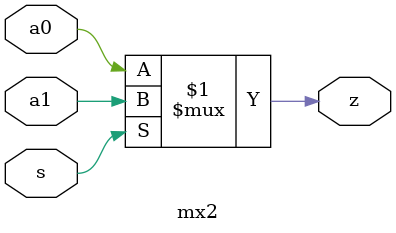
<source format=v>
`include "defs.v"

module mx2
(
	output	z,
	input		a0,
	input		a1,
	input		s
);

assign z = (s) ? a1 : a0;

endmodule

</source>
